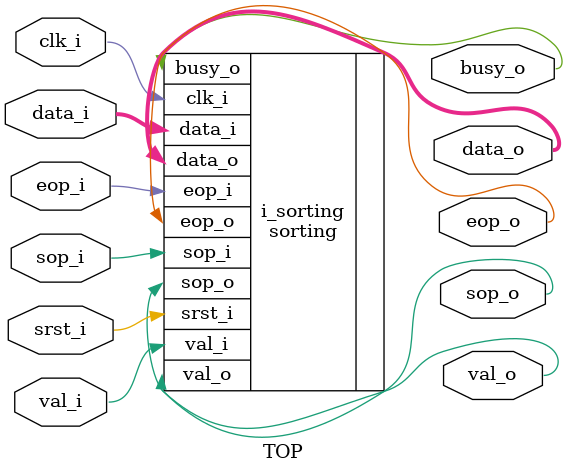
<source format=sv>
module TOP #(
	parameter DWIDTH = 8,
	          AWIDTH = 8
)(
	input  wire              clk_i,
	input  wire              srst_i,

	input  wire               sop_i,
	input  wire               eop_i,
	input  wire               val_i,
	input  wire  [DWIDTH-1:0] data_i,

	output logic              sop_o,
	output logic              eop_o,
	output logic              val_o,
	output logic [DWIDTH-1:0] data_o,

	output logic              busy_o
);


sorting #(
	.AWIDTH  ( AWIDTH ),
	.DWIDTH  ( DWIDTH )
) i_sorting (
	.clk_i   ( clk_i  ),
	.srst_i  ( srst_i ),

	.data_i  ( data_i ),
	.sop_i   ( sop_i  ),
	.eop_i   ( eop_i  ),
	.val_i   ( val_i  ),

	.data_o  ( data_o ),
	.sop_o   ( sop_o  ),
	.eop_o   ( eop_o  ),
	.val_o   ( val_o  ),

	.busy_o  ( busy_o )
);


endmodule

</source>
